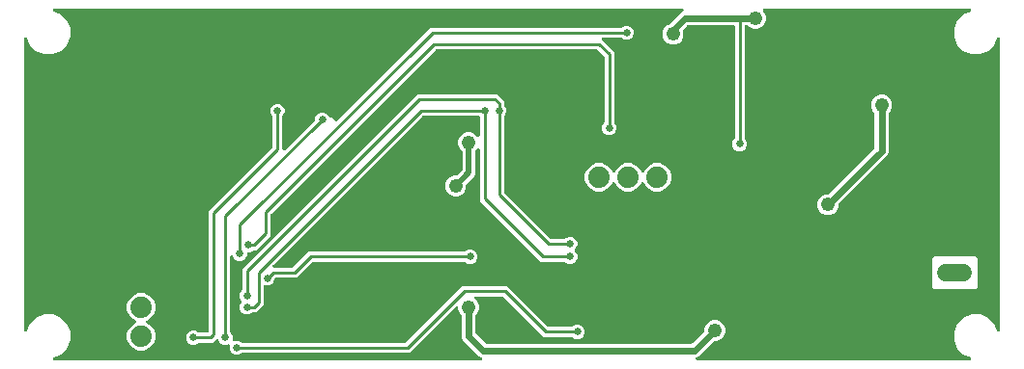
<source format=gbl>
G04 EAGLE Gerber RS-274X export*
G75*
%MOMM*%
%FSLAX25Y25*%
%LPD*%
%AMOC8*
5,1,8,0,0,1.08239X$1,22.5*%
G01*
%ADD10C,1.879600*%
%ADD11C,1.524000*%
%ADD12C,1.219200*%
%ADD13C,0.609600*%
%ADD14C,0.508000*%
%ADD15C,0.655600*%
%ADD16C,0.254000*%

G36*
X4043909Y43268D02*
X4043909Y43268D01*
X4044606Y43257D01*
X4045481Y43466D01*
X4046373Y43579D01*
X4047021Y43835D01*
X4047700Y43998D01*
X4048495Y44418D01*
X4049331Y44749D01*
X4049895Y45158D01*
X4050512Y45485D01*
X4051178Y46090D01*
X4051905Y46618D01*
X4052350Y47154D01*
X4052867Y47624D01*
X4053361Y48375D01*
X4053935Y49068D01*
X4054233Y49699D01*
X4054615Y50281D01*
X4054908Y51131D01*
X4055291Y51945D01*
X4055423Y52629D01*
X4055649Y53289D01*
X4055721Y54187D01*
X4055890Y55069D01*
X4055847Y55765D01*
X4055903Y56460D01*
X4055750Y57347D01*
X4055694Y58244D01*
X4055480Y58907D01*
X4055361Y59595D01*
X4054992Y60416D01*
X4054715Y61271D01*
X4054342Y61861D01*
X4054056Y62496D01*
X4053497Y63198D01*
X4053015Y63959D01*
X4052506Y64439D01*
X4052072Y64983D01*
X4051355Y65523D01*
X4050699Y66141D01*
X4050088Y66478D01*
X4049532Y66898D01*
X4048077Y67613D01*
X4029468Y75320D01*
X3885320Y219468D01*
X3876039Y241874D01*
X3876039Y434384D01*
X3875916Y435361D01*
X3875887Y436348D01*
X3875717Y436935D01*
X3875641Y437540D01*
X3875279Y438455D01*
X3875005Y439405D01*
X3874695Y439932D01*
X3874471Y440498D01*
X3873892Y441296D01*
X3873391Y442146D01*
X3872724Y442904D01*
X3872602Y443072D01*
X3872506Y443152D01*
X3872320Y443363D01*
X3859481Y456202D01*
X3845559Y489812D01*
X3845559Y502634D01*
X3845385Y504016D01*
X3845255Y505396D01*
X3845187Y505587D01*
X3845161Y505790D01*
X3844650Y507081D01*
X3844180Y508390D01*
X3844065Y508559D01*
X3843991Y508748D01*
X3843178Y509868D01*
X3842395Y511023D01*
X3842241Y511158D01*
X3842122Y511323D01*
X3841053Y512208D01*
X3840011Y513129D01*
X3839830Y513221D01*
X3839672Y513352D01*
X3838413Y513945D01*
X3837178Y514577D01*
X3836979Y514621D01*
X3836795Y514708D01*
X3835433Y514970D01*
X3834075Y515275D01*
X3833870Y515269D01*
X3833671Y515308D01*
X3832290Y515222D01*
X3830895Y515181D01*
X3830698Y515124D01*
X3830496Y515111D01*
X3829181Y514686D01*
X3827839Y514299D01*
X3827662Y514195D01*
X3827469Y514132D01*
X3826293Y513389D01*
X3825098Y512685D01*
X3824887Y512499D01*
X3824780Y512432D01*
X3824636Y512278D01*
X3823880Y511614D01*
X3421486Y109219D01*
X1956544Y109219D01*
X1955566Y109096D01*
X1954579Y109067D01*
X1953992Y108897D01*
X1953388Y108821D01*
X1952472Y108459D01*
X1951523Y108185D01*
X1950996Y107875D01*
X1950430Y107651D01*
X1949632Y107072D01*
X1948781Y106571D01*
X1948024Y105904D01*
X1947855Y105782D01*
X1947776Y105686D01*
X1947564Y105500D01*
X1940835Y98770D01*
X1917583Y89139D01*
X1892417Y89139D01*
X1869165Y98770D01*
X1851370Y116565D01*
X1841739Y139817D01*
X1841739Y164983D01*
X1841869Y165296D01*
X1842236Y166638D01*
X1842645Y167964D01*
X1842655Y168168D01*
X1842709Y168364D01*
X1842731Y169753D01*
X1842798Y171142D01*
X1842757Y171341D01*
X1842760Y171545D01*
X1842437Y172893D01*
X1842156Y174258D01*
X1842066Y174441D01*
X1842019Y174638D01*
X1841369Y175868D01*
X1840759Y177116D01*
X1840628Y177270D01*
X1840532Y177451D01*
X1839593Y178485D01*
X1838696Y179537D01*
X1838531Y179654D01*
X1838393Y179805D01*
X1837232Y180570D01*
X1836097Y181370D01*
X1835906Y181443D01*
X1835736Y181554D01*
X1834425Y182005D01*
X1833123Y182500D01*
X1832920Y182523D01*
X1832728Y182588D01*
X1831342Y182699D01*
X1829961Y182854D01*
X1829760Y182826D01*
X1829557Y182843D01*
X1828186Y182605D01*
X1826811Y182413D01*
X1826544Y182321D01*
X1826422Y182300D01*
X1826233Y182215D01*
X1825277Y181889D01*
X1815983Y178039D01*
X1790817Y178039D01*
X1767565Y187670D01*
X1749770Y205465D01*
X1742944Y221945D01*
X1742699Y222375D01*
X1742532Y222841D01*
X1741913Y223753D01*
X1741368Y224709D01*
X1741024Y225064D01*
X1740746Y225474D01*
X1739921Y226203D01*
X1739155Y226994D01*
X1738733Y227253D01*
X1738363Y227580D01*
X1737383Y228081D01*
X1736444Y228657D01*
X1735970Y228803D01*
X1735530Y229028D01*
X1734457Y229270D01*
X1733404Y229594D01*
X1732909Y229618D01*
X1732426Y229727D01*
X1731326Y229694D01*
X1730227Y229747D01*
X1729742Y229647D01*
X1729247Y229632D01*
X1728189Y229327D01*
X1727111Y229105D01*
X1726665Y228887D01*
X1726190Y228750D01*
X1725243Y228192D01*
X1724253Y227708D01*
X1723875Y227387D01*
X1723449Y227136D01*
X1722232Y226065D01*
X1694286Y198119D01*
X1575544Y198119D01*
X1574566Y197996D01*
X1573579Y197967D01*
X1572992Y197797D01*
X1572388Y197721D01*
X1571472Y197359D01*
X1570523Y197085D01*
X1569996Y196775D01*
X1569430Y196551D01*
X1568632Y195971D01*
X1567781Y195471D01*
X1567024Y194804D01*
X1566855Y194682D01*
X1566776Y194586D01*
X1566564Y194400D01*
X1559835Y187670D01*
X1536583Y178039D01*
X1511417Y178039D01*
X1488165Y187670D01*
X1470370Y205465D01*
X1460739Y228717D01*
X1460739Y253883D01*
X1470370Y277135D01*
X1488165Y294929D01*
X1511417Y304560D01*
X1536583Y304560D01*
X1559835Y294929D01*
X1566564Y288200D01*
X1567342Y287597D01*
X1568061Y286919D01*
X1568596Y286624D01*
X1569077Y286250D01*
X1569982Y285858D01*
X1570846Y285381D01*
X1571438Y285228D01*
X1571997Y284986D01*
X1572969Y284832D01*
X1573926Y284584D01*
X1574934Y284519D01*
X1575138Y284487D01*
X1575261Y284498D01*
X1575544Y284480D01*
X1645920Y284480D01*
X1647100Y284629D01*
X1648284Y284703D01*
X1648671Y284828D01*
X1649076Y284879D01*
X1650182Y285316D01*
X1651311Y285682D01*
X1651656Y285899D01*
X1652034Y286049D01*
X1652993Y286745D01*
X1654000Y287382D01*
X1654280Y287679D01*
X1654608Y287918D01*
X1655365Y288831D01*
X1656181Y289697D01*
X1656378Y290053D01*
X1656638Y290368D01*
X1657144Y291442D01*
X1657719Y292482D01*
X1657821Y292877D01*
X1657994Y293245D01*
X1658218Y294410D01*
X1658516Y295562D01*
X1658555Y296167D01*
X1658593Y296369D01*
X1658581Y296575D01*
X1658619Y297180D01*
X1658619Y1351386D01*
X2213700Y1906467D01*
X2214303Y1907244D01*
X2214981Y1907964D01*
X2215276Y1908498D01*
X2215650Y1908980D01*
X2216041Y1909884D01*
X2216519Y1910749D01*
X2216672Y1911341D01*
X2216914Y1911899D01*
X2217068Y1912872D01*
X2217316Y1913828D01*
X2217380Y1914837D01*
X2217413Y1915041D01*
X2217401Y1915163D01*
X2217419Y1915446D01*
X2217419Y2183656D01*
X2217296Y2184633D01*
X2217267Y2185621D01*
X2217097Y2186208D01*
X2217021Y2186812D01*
X2216659Y2187728D01*
X2216385Y2188677D01*
X2216075Y2189204D01*
X2215851Y2189770D01*
X2215272Y2190568D01*
X2214771Y2191418D01*
X2214104Y2192176D01*
X2213982Y2192344D01*
X2213886Y2192424D01*
X2213700Y2192636D01*
X2206970Y2199365D01*
X2197339Y2222617D01*
X2197339Y2247783D01*
X2206970Y2271035D01*
X2224765Y2288829D01*
X2248017Y2298460D01*
X2273183Y2298460D01*
X2296435Y2288829D01*
X2314229Y2271035D01*
X2323860Y2247783D01*
X2323860Y2222617D01*
X2314229Y2199365D01*
X2307500Y2192636D01*
X2306897Y2191858D01*
X2306219Y2191138D01*
X2305924Y2190604D01*
X2305550Y2190123D01*
X2305158Y2189218D01*
X2304681Y2188353D01*
X2304528Y2187762D01*
X2304286Y2187203D01*
X2304132Y2186231D01*
X2303884Y2185274D01*
X2303819Y2184266D01*
X2303787Y2184062D01*
X2303798Y2183939D01*
X2303780Y2183656D01*
X2303780Y1900206D01*
X2303955Y1898824D01*
X2304084Y1897444D01*
X2304153Y1897253D01*
X2304179Y1897050D01*
X2304689Y1895759D01*
X2305159Y1894450D01*
X2305274Y1894281D01*
X2305349Y1894092D01*
X2306162Y1892972D01*
X2306945Y1891817D01*
X2307098Y1891682D01*
X2307218Y1891517D01*
X2308286Y1890632D01*
X2309329Y1889711D01*
X2309510Y1889618D01*
X2309668Y1889488D01*
X2310926Y1888894D01*
X2312161Y1888263D01*
X2312360Y1888218D01*
X2312545Y1888131D01*
X2313907Y1887870D01*
X2315265Y1887564D01*
X2315469Y1887571D01*
X2315669Y1887532D01*
X2317050Y1887618D01*
X2318444Y1887659D01*
X2318642Y1887716D01*
X2318844Y1887728D01*
X2320159Y1888154D01*
X2321501Y1888541D01*
X2321678Y1888645D01*
X2321871Y1888708D01*
X2323046Y1889451D01*
X2324242Y1890155D01*
X2324453Y1890341D01*
X2324559Y1890408D01*
X2324704Y1890561D01*
X2325459Y1891226D01*
X2587320Y2153087D01*
X2587923Y2153864D01*
X2588601Y2154584D01*
X2588897Y2155119D01*
X2589270Y2155600D01*
X2589661Y2156503D01*
X2590139Y2157369D01*
X2590292Y2157961D01*
X2590534Y2158519D01*
X2590688Y2159492D01*
X2590936Y2160448D01*
X2591000Y2161457D01*
X2591033Y2161661D01*
X2591021Y2161783D01*
X2591039Y2162066D01*
X2591039Y2171583D01*
X2600670Y2194835D01*
X2618465Y2212629D01*
X2641717Y2222260D01*
X2666883Y2222260D01*
X2690135Y2212629D01*
X2707929Y2194835D01*
X2712160Y2184620D01*
X2712305Y2184366D01*
X2712395Y2184088D01*
X2713091Y2182988D01*
X2713736Y2181857D01*
X2713939Y2181648D01*
X2714095Y2181400D01*
X2715045Y2180505D01*
X2715949Y2179572D01*
X2716198Y2179419D01*
X2716411Y2179219D01*
X2717550Y2178589D01*
X2718661Y2177908D01*
X2718940Y2177822D01*
X2719196Y2177681D01*
X2720457Y2177354D01*
X2721701Y2176971D01*
X2721993Y2176957D01*
X2722275Y2176884D01*
X2723893Y2176780D01*
X2743126Y2176780D01*
X2760980Y2158926D01*
X2760980Y2154206D01*
X2761155Y2152824D01*
X2761284Y2151444D01*
X2761353Y2151253D01*
X2761379Y2151050D01*
X2761889Y2149759D01*
X2762359Y2148450D01*
X2762474Y2148281D01*
X2762549Y2148092D01*
X2763362Y2146972D01*
X2764145Y2145817D01*
X2764298Y2145682D01*
X2764418Y2145517D01*
X2765486Y2144632D01*
X2766529Y2143711D01*
X2766710Y2143618D01*
X2766868Y2143488D01*
X2768126Y2142894D01*
X2769361Y2142263D01*
X2769560Y2142218D01*
X2769745Y2142131D01*
X2771107Y2141870D01*
X2772465Y2141564D01*
X2772669Y2141571D01*
X2772869Y2141532D01*
X2774250Y2141618D01*
X2775644Y2141659D01*
X2775842Y2141716D01*
X2776044Y2141728D01*
X2777359Y2142154D01*
X2778701Y2142541D01*
X2778878Y2142645D01*
X2779071Y2142708D01*
X2780246Y2143451D01*
X2781442Y2144155D01*
X2781653Y2144341D01*
X2781759Y2144408D01*
X2781904Y2144561D01*
X2782659Y2145226D01*
X3572600Y2935167D01*
X3601613Y2964180D01*
X5269756Y2964180D01*
X5270733Y2964304D01*
X5271721Y2964333D01*
X5272308Y2964503D01*
X5272912Y2964579D01*
X5273828Y2964941D01*
X5274777Y2965215D01*
X5275304Y2965525D01*
X5275870Y2965749D01*
X5276668Y2966328D01*
X5277518Y2966829D01*
X5278276Y2967496D01*
X5278444Y2967618D01*
X5278524Y2967713D01*
X5278736Y2967900D01*
X5285465Y2974629D01*
X5308717Y2984260D01*
X5333883Y2984260D01*
X5357135Y2974629D01*
X5374929Y2956835D01*
X5384560Y2933583D01*
X5384560Y2908417D01*
X5374929Y2885165D01*
X5357135Y2867370D01*
X5333883Y2857739D01*
X5308717Y2857739D01*
X5285465Y2867370D01*
X5278736Y2874100D01*
X5277958Y2874703D01*
X5277238Y2875381D01*
X5276704Y2875676D01*
X5276223Y2876050D01*
X5275318Y2876441D01*
X5274453Y2876919D01*
X5273862Y2877072D01*
X5273303Y2877314D01*
X5272331Y2877468D01*
X5271374Y2877716D01*
X5270366Y2877780D01*
X5270162Y2877813D01*
X5270039Y2877801D01*
X5269756Y2877819D01*
X5113306Y2877819D01*
X5111925Y2877645D01*
X5110544Y2877515D01*
X5110352Y2877447D01*
X5110150Y2877421D01*
X5108860Y2876911D01*
X5107550Y2876440D01*
X5107381Y2876325D01*
X5107192Y2876251D01*
X5106072Y2875438D01*
X5104917Y2874655D01*
X5104782Y2874501D01*
X5104617Y2874382D01*
X5103732Y2873313D01*
X5102811Y2872271D01*
X5102718Y2872090D01*
X5102588Y2871932D01*
X5101994Y2870673D01*
X5101363Y2869438D01*
X5101318Y2869239D01*
X5101231Y2869055D01*
X5100970Y2867692D01*
X5100664Y2866335D01*
X5100670Y2866130D01*
X5100632Y2865931D01*
X5100718Y2864550D01*
X5100759Y2863155D01*
X5100816Y2862958D01*
X5100828Y2862756D01*
X5101255Y2861437D01*
X5101641Y2860099D01*
X5101745Y2859923D01*
X5101808Y2859729D01*
X5102553Y2858550D01*
X5103255Y2857358D01*
X5103441Y2857146D01*
X5103508Y2857040D01*
X5103661Y2856896D01*
X5104326Y2856140D01*
X5126900Y2833566D01*
X5183066Y2777400D01*
X5183068Y2777399D01*
X5212080Y2748386D01*
X5212080Y2134344D01*
X5212204Y2133366D01*
X5212233Y2132379D01*
X5212403Y2131792D01*
X5212479Y2131188D01*
X5212841Y2130272D01*
X5213115Y2129323D01*
X5213425Y2128796D01*
X5213649Y2128230D01*
X5214228Y2127432D01*
X5214729Y2126581D01*
X5215396Y2125824D01*
X5215518Y2125655D01*
X5215613Y2125576D01*
X5215800Y2125364D01*
X5222529Y2118635D01*
X5232160Y2095383D01*
X5232160Y2070217D01*
X5222529Y2046965D01*
X5204735Y2029170D01*
X5181483Y2019539D01*
X5156317Y2019539D01*
X5133065Y2029170D01*
X5115270Y2046965D01*
X5105639Y2070217D01*
X5105639Y2095383D01*
X5115270Y2118635D01*
X5122000Y2125364D01*
X5122603Y2126142D01*
X5123281Y2126861D01*
X5123576Y2127396D01*
X5123950Y2127877D01*
X5124341Y2128782D01*
X5124819Y2129646D01*
X5124972Y2130238D01*
X5125214Y2130797D01*
X5125368Y2131769D01*
X5125616Y2132726D01*
X5125680Y2133734D01*
X5125713Y2133938D01*
X5125701Y2134061D01*
X5125719Y2134344D01*
X5125719Y2707354D01*
X5125596Y2708331D01*
X5125567Y2709318D01*
X5125397Y2709905D01*
X5125321Y2710510D01*
X5124959Y2711425D01*
X5124685Y2712375D01*
X5124375Y2712902D01*
X5124151Y2713468D01*
X5123572Y2714266D01*
X5123071Y2715116D01*
X5122404Y2715874D01*
X5122282Y2716042D01*
X5122186Y2716122D01*
X5122000Y2716333D01*
X5065833Y2772500D01*
X5065056Y2773103D01*
X5064336Y2773781D01*
X5063802Y2774076D01*
X5063320Y2774450D01*
X5062416Y2774841D01*
X5061551Y2775319D01*
X5060959Y2775472D01*
X5060401Y2775714D01*
X5059428Y2775868D01*
X5058472Y2776116D01*
X5057463Y2776180D01*
X5057259Y2776213D01*
X5057137Y2776201D01*
X5056854Y2776219D01*
X3655346Y2776219D01*
X3654369Y2776096D01*
X3653382Y2776067D01*
X3652795Y2775897D01*
X3652190Y2775821D01*
X3651275Y2775459D01*
X3650325Y2775185D01*
X3649798Y2774875D01*
X3649232Y2774651D01*
X3648434Y2774072D01*
X3647584Y2773571D01*
X3646826Y2772904D01*
X3646658Y2772782D01*
X3646578Y2772686D01*
X3646367Y2772500D01*
X2205900Y1332033D01*
X2205297Y1331255D01*
X2204619Y1330536D01*
X2204324Y1330002D01*
X2203950Y1329520D01*
X2203558Y1328616D01*
X2203081Y1327751D01*
X2202928Y1327159D01*
X2202686Y1326601D01*
X2202532Y1325628D01*
X2202284Y1324671D01*
X2202219Y1323663D01*
X2202187Y1323459D01*
X2202198Y1323336D01*
X2202180Y1323053D01*
X2202180Y1137813D01*
X2075286Y1010919D01*
X2058144Y1010919D01*
X2057166Y1010796D01*
X2056179Y1010767D01*
X2055592Y1010597D01*
X2054988Y1010521D01*
X2054072Y1010159D01*
X2053123Y1009885D01*
X2052596Y1009575D01*
X2052030Y1009351D01*
X2051232Y1008772D01*
X2050381Y1008271D01*
X2049624Y1007604D01*
X2049455Y1007482D01*
X2049376Y1007386D01*
X2049164Y1007200D01*
X2042435Y1000470D01*
X2019183Y990839D01*
X2006360Y990839D01*
X2005180Y990690D01*
X2003995Y990617D01*
X2003608Y990492D01*
X2003204Y990441D01*
X2002098Y990003D01*
X2000968Y989638D01*
X2000624Y989420D01*
X2000246Y989271D01*
X1999286Y988574D01*
X1998280Y987938D01*
X1998000Y987640D01*
X1997671Y987402D01*
X1996914Y986488D01*
X1996099Y985623D01*
X1995902Y985266D01*
X1995642Y984952D01*
X1995135Y983878D01*
X1994561Y982838D01*
X1994459Y982443D01*
X1994285Y982075D01*
X1994062Y980910D01*
X1993764Y979758D01*
X1993725Y979153D01*
X1993686Y978951D01*
X1993699Y978745D01*
X1993660Y978140D01*
X1993660Y965317D01*
X1984029Y942065D01*
X1966235Y924270D01*
X1942983Y914639D01*
X1917817Y914639D01*
X1894565Y924270D01*
X1876770Y942065D01*
X1871013Y955967D01*
X1870667Y956573D01*
X1870410Y957221D01*
X1869883Y957948D01*
X1869437Y958730D01*
X1868951Y959232D01*
X1868542Y959795D01*
X1867849Y960369D01*
X1867223Y961015D01*
X1866629Y961379D01*
X1866092Y961825D01*
X1865278Y962208D01*
X1864512Y962678D01*
X1863844Y962884D01*
X1863214Y963181D01*
X1862333Y963350D01*
X1861472Y963616D01*
X1860775Y963649D01*
X1860090Y963780D01*
X1859194Y963725D01*
X1858295Y963768D01*
X1857610Y963627D01*
X1856915Y963584D01*
X1856061Y963308D01*
X1855179Y963126D01*
X1854552Y962820D01*
X1853888Y962605D01*
X1853128Y962124D01*
X1852321Y961730D01*
X1851791Y961278D01*
X1851200Y960905D01*
X1850582Y960248D01*
X1849899Y959667D01*
X1849498Y959098D01*
X1849019Y958589D01*
X1848584Y957801D01*
X1848066Y957067D01*
X1847819Y956416D01*
X1847481Y955804D01*
X1847255Y954932D01*
X1846937Y954093D01*
X1846859Y953401D01*
X1846684Y952725D01*
X1846580Y951107D01*
X1846580Y292844D01*
X1846704Y291866D01*
X1846733Y290879D01*
X1846903Y290292D01*
X1846979Y289688D01*
X1847341Y288772D01*
X1847615Y287823D01*
X1847925Y287296D01*
X1848149Y286730D01*
X1848728Y285932D01*
X1849229Y285081D01*
X1849896Y284324D01*
X1850018Y284155D01*
X1850113Y284076D01*
X1850300Y283864D01*
X1857029Y277135D01*
X1866660Y253883D01*
X1866660Y228717D01*
X1866531Y228404D01*
X1866163Y227062D01*
X1865754Y225735D01*
X1865745Y225532D01*
X1865691Y225336D01*
X1865669Y223946D01*
X1865602Y222558D01*
X1865643Y222358D01*
X1865640Y222155D01*
X1865963Y220807D01*
X1866244Y219442D01*
X1866334Y219259D01*
X1866381Y219062D01*
X1867031Y217832D01*
X1867641Y216584D01*
X1867772Y216430D01*
X1867868Y216249D01*
X1868807Y215215D01*
X1869703Y214163D01*
X1869869Y214046D01*
X1870007Y213894D01*
X1871168Y213130D01*
X1872303Y212329D01*
X1872494Y212257D01*
X1872663Y212145D01*
X1873975Y211695D01*
X1875277Y211200D01*
X1875480Y211177D01*
X1875672Y211111D01*
X1877058Y211000D01*
X1878438Y210845D01*
X1878639Y210873D01*
X1878843Y210857D01*
X1880214Y211094D01*
X1881589Y211287D01*
X1881856Y211378D01*
X1881978Y211399D01*
X1882167Y211485D01*
X1883123Y211811D01*
X1892416Y215660D01*
X1917583Y215660D01*
X1940835Y206029D01*
X1947564Y199300D01*
X1948342Y198697D01*
X1949061Y198019D01*
X1949596Y197724D01*
X1950077Y197350D01*
X1950982Y196958D01*
X1951846Y196481D01*
X1952438Y196328D01*
X1952997Y196086D01*
X1953969Y195932D01*
X1954926Y195684D01*
X1955934Y195619D01*
X1956138Y195587D01*
X1956261Y195598D01*
X1956544Y195580D01*
X3380453Y195580D01*
X3381431Y195704D01*
X3382418Y195733D01*
X3383005Y195903D01*
X3383609Y195979D01*
X3384525Y196341D01*
X3385475Y196615D01*
X3386001Y196925D01*
X3386568Y197149D01*
X3387365Y197728D01*
X3388216Y198229D01*
X3388973Y198896D01*
X3389142Y199018D01*
X3389221Y199113D01*
X3389433Y199300D01*
X3881013Y690880D01*
X4272386Y690880D01*
X4624267Y339000D01*
X4625044Y338397D01*
X4625764Y337719D01*
X4626298Y337424D01*
X4626780Y337050D01*
X4627684Y336658D01*
X4628549Y336181D01*
X4629141Y336028D01*
X4629699Y335786D01*
X4630672Y335632D01*
X4631628Y335384D01*
X4632637Y335319D01*
X4632841Y335287D01*
X4632963Y335298D01*
X4633246Y335280D01*
X4837956Y335280D01*
X4838933Y335404D01*
X4839921Y335433D01*
X4840508Y335603D01*
X4841112Y335679D01*
X4842028Y336041D01*
X4842977Y336315D01*
X4843504Y336625D01*
X4844070Y336849D01*
X4844868Y337428D01*
X4845718Y337929D01*
X4846476Y338596D01*
X4846644Y338718D01*
X4846724Y338813D01*
X4846936Y339000D01*
X4853665Y345729D01*
X4876917Y355360D01*
X4902083Y355360D01*
X4925335Y345729D01*
X4943129Y327935D01*
X4952760Y304683D01*
X4952760Y279517D01*
X4943129Y256265D01*
X4925335Y238470D01*
X4902083Y228839D01*
X4876917Y228839D01*
X4853665Y238470D01*
X4846936Y245200D01*
X4846158Y245803D01*
X4845438Y246481D01*
X4844904Y246776D01*
X4844423Y247150D01*
X4843518Y247541D01*
X4842653Y248019D01*
X4842062Y248172D01*
X4841503Y248414D01*
X4840531Y248568D01*
X4839574Y248816D01*
X4838566Y248880D01*
X4838362Y248913D01*
X4838239Y248901D01*
X4837956Y248919D01*
X4592213Y248919D01*
X4240333Y600800D01*
X4239555Y601403D01*
X4238836Y602081D01*
X4238302Y602376D01*
X4237820Y602750D01*
X4236916Y603141D01*
X4236051Y603619D01*
X4235459Y603772D01*
X4234901Y604014D01*
X4233928Y604168D01*
X4232971Y604416D01*
X4231963Y604480D01*
X4231759Y604513D01*
X4231636Y604501D01*
X4231353Y604519D01*
X4000455Y604519D01*
X3999074Y604345D01*
X3997693Y604215D01*
X3997502Y604147D01*
X3997299Y604121D01*
X3996010Y603611D01*
X3994700Y603140D01*
X3994530Y603025D01*
X3994341Y602951D01*
X3993221Y602138D01*
X3992067Y601355D01*
X3991931Y601201D01*
X3991767Y601082D01*
X3990882Y600013D01*
X3989961Y598971D01*
X3989868Y598790D01*
X3989738Y598632D01*
X3989144Y597373D01*
X3988513Y596138D01*
X3988468Y595939D01*
X3988381Y595755D01*
X3988120Y594392D01*
X3987814Y593035D01*
X3987820Y592830D01*
X3987782Y592631D01*
X3987867Y591250D01*
X3987909Y589855D01*
X3987966Y589658D01*
X3987978Y589456D01*
X3988405Y588137D01*
X3988791Y586799D01*
X3988894Y586623D01*
X3988957Y586429D01*
X3989703Y585250D01*
X3990405Y584058D01*
X3990591Y583846D01*
X3990658Y583740D01*
X3990810Y583596D01*
X3991476Y582840D01*
X4014519Y559797D01*
X4028440Y526188D01*
X4028440Y489812D01*
X4014519Y456202D01*
X4001680Y443363D01*
X4001077Y442586D01*
X4000399Y441866D01*
X4000104Y441332D01*
X3999730Y440850D01*
X3999338Y439946D01*
X3998861Y439081D01*
X3998708Y438489D01*
X3998466Y437931D01*
X3998312Y436958D01*
X3998064Y436002D01*
X3997999Y434993D01*
X3997967Y434789D01*
X3997978Y434667D01*
X3997960Y434384D01*
X3997960Y284511D01*
X3998084Y283533D01*
X3998113Y282546D01*
X3998221Y282173D01*
X3998225Y282104D01*
X3998289Y281905D01*
X3998359Y281355D01*
X3998721Y280439D01*
X3998995Y279490D01*
X3999163Y279205D01*
X3999204Y279077D01*
X3999353Y278841D01*
X3999529Y278397D01*
X4000108Y277599D01*
X4000609Y276748D01*
X4000850Y276474D01*
X4000904Y276389D01*
X4001028Y276272D01*
X4001276Y275991D01*
X4001398Y275823D01*
X4001493Y275743D01*
X4001680Y275531D01*
X4085531Y191680D01*
X4086309Y191077D01*
X4087028Y190399D01*
X4087563Y190104D01*
X4088044Y189730D01*
X4088949Y189338D01*
X4089813Y188861D01*
X4090405Y188708D01*
X4090964Y188466D01*
X4091936Y188312D01*
X4092893Y188064D01*
X4093901Y187999D01*
X4094105Y187967D01*
X4094228Y187978D01*
X4094511Y187960D01*
X5887689Y187960D01*
X5888666Y188084D01*
X5889653Y188113D01*
X5890240Y188283D01*
X5890845Y188359D01*
X5891760Y188721D01*
X5892710Y188995D01*
X5893237Y189305D01*
X5893803Y189529D01*
X5894601Y190108D01*
X5895451Y190609D01*
X5896209Y191276D01*
X5896377Y191398D01*
X5896457Y191493D01*
X5896668Y191680D01*
X6000840Y295851D01*
X6001443Y296629D01*
X6002121Y297348D01*
X6002416Y297883D01*
X6002790Y298364D01*
X6003181Y299269D01*
X6003659Y300133D01*
X6003812Y300725D01*
X6004054Y301284D01*
X6004208Y302256D01*
X6004456Y303213D01*
X6004520Y304221D01*
X6004553Y304425D01*
X6004541Y304548D01*
X6004559Y304831D01*
X6004559Y322988D01*
X6018481Y356598D01*
X6044202Y382319D01*
X6077812Y396240D01*
X6114188Y396240D01*
X6147798Y382319D01*
X6173519Y356598D01*
X6187440Y322988D01*
X6187440Y286612D01*
X6173519Y253002D01*
X6147798Y227281D01*
X6114188Y213359D01*
X6096031Y213359D01*
X6095053Y213236D01*
X6094066Y213207D01*
X6093479Y213037D01*
X6092875Y212961D01*
X6091959Y212599D01*
X6091010Y212325D01*
X6090483Y212015D01*
X6089917Y211791D01*
X6089119Y211212D01*
X6088268Y210711D01*
X6087511Y210044D01*
X6087343Y209922D01*
X6087263Y209826D01*
X6087051Y209640D01*
X5952732Y75320D01*
X5934123Y67613D01*
X5933517Y67267D01*
X5932869Y67010D01*
X5932142Y66483D01*
X5931360Y66037D01*
X5930858Y65551D01*
X5930294Y65142D01*
X5929721Y64449D01*
X5929075Y63823D01*
X5928710Y63229D01*
X5928265Y62692D01*
X5927882Y61878D01*
X5927411Y61112D01*
X5927206Y60445D01*
X5926908Y59814D01*
X5926739Y58932D01*
X5926474Y58072D01*
X5926441Y57375D01*
X5926309Y56690D01*
X5926365Y55794D01*
X5926322Y54894D01*
X5926463Y54210D01*
X5926506Y53515D01*
X5926782Y52662D01*
X5926964Y51779D01*
X5927270Y51151D01*
X5927485Y50488D01*
X5927965Y49729D01*
X5928360Y48920D01*
X5928812Y48389D01*
X5929185Y47800D01*
X5929840Y47183D01*
X5930423Y46499D01*
X5930993Y46097D01*
X5931500Y45619D01*
X5932287Y45184D01*
X5933023Y44666D01*
X5933675Y44418D01*
X5934285Y44081D01*
X5935155Y43856D01*
X5935997Y43536D01*
X5936690Y43458D01*
X5937365Y43284D01*
X5938983Y43180D01*
X8329370Y43180D01*
X8330062Y43268D01*
X8330759Y43257D01*
X8331634Y43466D01*
X8332526Y43579D01*
X8333174Y43835D01*
X8333853Y43998D01*
X8334648Y44418D01*
X8335484Y44749D01*
X8336048Y45158D01*
X8336665Y45485D01*
X8337331Y46090D01*
X8338058Y46618D01*
X8338503Y47154D01*
X8339020Y47624D01*
X8339514Y48375D01*
X8340088Y49068D01*
X8340386Y49699D01*
X8340768Y50281D01*
X8341061Y51131D01*
X8341444Y51945D01*
X8341576Y52629D01*
X8341803Y53289D01*
X8341874Y54187D01*
X8342043Y55069D01*
X8342001Y55764D01*
X8342056Y56460D01*
X8341903Y57348D01*
X8341847Y58244D01*
X8341633Y58907D01*
X8341514Y59595D01*
X8341145Y60416D01*
X8340868Y61271D01*
X8340495Y61861D01*
X8340209Y62496D01*
X8339650Y63198D01*
X8339168Y63959D01*
X8338659Y64439D01*
X8338225Y64983D01*
X8337508Y65523D01*
X8336853Y66141D01*
X8336241Y66478D01*
X8335685Y66898D01*
X8334230Y67613D01*
X8274101Y92518D01*
X8220518Y146101D01*
X8191519Y216111D01*
X8191519Y291889D01*
X8220518Y361899D01*
X8274101Y415481D01*
X8344111Y444480D01*
X8419889Y444480D01*
X8489899Y415481D01*
X8543481Y361899D01*
X8568387Y301770D01*
X8568733Y301163D01*
X8568989Y300515D01*
X8569517Y299788D01*
X8569963Y299006D01*
X8570449Y298505D01*
X8570858Y297941D01*
X8571550Y297368D01*
X8572176Y296721D01*
X8572770Y296357D01*
X8573308Y295912D01*
X8574121Y295528D01*
X8574888Y295058D01*
X8575555Y294852D01*
X8576185Y294555D01*
X8577068Y294386D01*
X8577928Y294121D01*
X8578625Y294087D01*
X8579309Y293956D01*
X8580205Y294011D01*
X8581105Y293968D01*
X8581790Y294109D01*
X8582484Y294152D01*
X8583338Y294428D01*
X8584221Y294610D01*
X8584849Y294917D01*
X8585511Y295131D01*
X8586271Y295612D01*
X8587079Y296007D01*
X8587610Y296459D01*
X8588200Y296832D01*
X8588817Y297487D01*
X8589501Y298069D01*
X8589903Y298639D01*
X8590381Y299147D01*
X8590816Y299934D01*
X8591334Y300669D01*
X8591582Y301322D01*
X8591919Y301932D01*
X8592144Y302802D01*
X8592463Y303643D01*
X8592541Y304337D01*
X8592716Y305012D01*
X8592819Y306629D01*
X8592819Y2868370D01*
X8592732Y2869062D01*
X8592743Y2869760D01*
X8592533Y2870634D01*
X8592421Y2871526D01*
X8592164Y2872174D01*
X8592002Y2872853D01*
X8591581Y2873649D01*
X8591251Y2874484D01*
X8590841Y2875048D01*
X8590515Y2875665D01*
X8589910Y2876332D01*
X8589382Y2877059D01*
X8588846Y2877503D01*
X8588376Y2878020D01*
X8587625Y2878514D01*
X8586932Y2879088D01*
X8586300Y2879386D01*
X8585719Y2879769D01*
X8584869Y2880061D01*
X8584055Y2880445D01*
X8583371Y2880576D01*
X8582710Y2880803D01*
X8581813Y2880874D01*
X8580931Y2881044D01*
X8580234Y2881001D01*
X8579539Y2881056D01*
X8578653Y2880903D01*
X8577756Y2880848D01*
X8577093Y2880633D01*
X8576405Y2880514D01*
X8575584Y2880145D01*
X8574729Y2879868D01*
X8574139Y2879495D01*
X8573503Y2879210D01*
X8572802Y2878650D01*
X8572040Y2878168D01*
X8571561Y2877659D01*
X8571017Y2877225D01*
X8570477Y2876508D01*
X8569859Y2875853D01*
X8569522Y2875242D01*
X8569102Y2874685D01*
X8568387Y2873230D01*
X8543481Y2813101D01*
X8489899Y2759518D01*
X8419889Y2730519D01*
X8344111Y2730519D01*
X8274101Y2759518D01*
X8220518Y2813101D01*
X8191519Y2883111D01*
X8191519Y2958889D01*
X8220518Y3028899D01*
X8274101Y3082481D01*
X8334230Y3107387D01*
X8334837Y3107733D01*
X8335484Y3107989D01*
X8336212Y3108517D01*
X8336993Y3108963D01*
X8337495Y3109449D01*
X8338059Y3109858D01*
X8338632Y3110550D01*
X8339278Y3111176D01*
X8339643Y3111770D01*
X8340088Y3112308D01*
X8340472Y3113121D01*
X8340942Y3113888D01*
X8341148Y3114555D01*
X8341445Y3115185D01*
X8341614Y3116068D01*
X8341879Y3116928D01*
X8341913Y3117625D01*
X8342044Y3118309D01*
X8341988Y3119205D01*
X8342032Y3120105D01*
X8341890Y3120790D01*
X8341848Y3121484D01*
X8341571Y3122338D01*
X8341389Y3123221D01*
X8341083Y3123849D01*
X8340868Y3124511D01*
X8340388Y3125271D01*
X8339993Y3126079D01*
X8339541Y3126610D01*
X8339168Y3127200D01*
X8338513Y3127817D01*
X8337930Y3128501D01*
X8337360Y3128903D01*
X8336853Y3129381D01*
X8336066Y3129816D01*
X8335330Y3130334D01*
X8334678Y3130582D01*
X8334068Y3130919D01*
X8333198Y3131144D01*
X8332357Y3131463D01*
X8331663Y3131541D01*
X8330988Y3131716D01*
X8329370Y3131819D01*
X6527755Y3131819D01*
X6526374Y3131645D01*
X6524993Y3131515D01*
X6524802Y3131447D01*
X6524599Y3131421D01*
X6523310Y3130911D01*
X6522000Y3130440D01*
X6521830Y3130325D01*
X6521641Y3130251D01*
X6520521Y3129438D01*
X6519367Y3128655D01*
X6519231Y3128501D01*
X6519067Y3128382D01*
X6518179Y3127311D01*
X6517261Y3126271D01*
X6517168Y3126090D01*
X6517038Y3125932D01*
X6516444Y3124674D01*
X6515813Y3123438D01*
X6515768Y3123238D01*
X6515681Y3123055D01*
X6515420Y3121695D01*
X6515114Y3120335D01*
X6515120Y3120130D01*
X6515082Y3119931D01*
X6515167Y3118550D01*
X6515209Y3117155D01*
X6515266Y3116958D01*
X6515278Y3116756D01*
X6515705Y3115437D01*
X6516091Y3114099D01*
X6516194Y3113923D01*
X6516257Y3113729D01*
X6517001Y3112553D01*
X6517705Y3111357D01*
X6517891Y3111145D01*
X6517958Y3111040D01*
X6518109Y3110897D01*
X6518776Y3110140D01*
X6529119Y3099797D01*
X6543040Y3066188D01*
X6543040Y3029812D01*
X6529119Y2996202D01*
X6503398Y2970481D01*
X6469788Y2956559D01*
X6433412Y2956559D01*
X6399802Y2970481D01*
X6386963Y2983320D01*
X6386186Y2983923D01*
X6385466Y2984601D01*
X6384932Y2984896D01*
X6384450Y2985270D01*
X6383546Y2985661D01*
X6382681Y2986139D01*
X6382089Y2986292D01*
X6381531Y2986534D01*
X6380558Y2986688D01*
X6379602Y2986936D01*
X6378593Y2987000D01*
X6378389Y2987033D01*
X6378267Y2987021D01*
X6377984Y2987039D01*
X6367780Y2987039D01*
X6366600Y2986890D01*
X6365415Y2986817D01*
X6365028Y2986692D01*
X6364624Y2986641D01*
X6363518Y2986203D01*
X6362388Y2985838D01*
X6362044Y2985620D01*
X6361666Y2985471D01*
X6360706Y2984774D01*
X6359700Y2984138D01*
X6359420Y2983840D01*
X6359091Y2983602D01*
X6358334Y2982688D01*
X6357519Y2981823D01*
X6357322Y2981466D01*
X6357062Y2981152D01*
X6356555Y2980078D01*
X6355981Y2979038D01*
X6355879Y2978643D01*
X6355705Y2978275D01*
X6355482Y2977110D01*
X6355184Y2975958D01*
X6355145Y2975353D01*
X6355106Y2975151D01*
X6355119Y2974945D01*
X6355080Y2974340D01*
X6355080Y1994644D01*
X6355204Y1993666D01*
X6355233Y1992679D01*
X6355403Y1992092D01*
X6355479Y1991488D01*
X6355841Y1990572D01*
X6356115Y1989623D01*
X6356425Y1989096D01*
X6356649Y1988530D01*
X6357228Y1987732D01*
X6357729Y1986881D01*
X6358396Y1986124D01*
X6358518Y1985955D01*
X6358613Y1985876D01*
X6358800Y1985664D01*
X6365529Y1978935D01*
X6375160Y1955683D01*
X6375160Y1930517D01*
X6365529Y1907265D01*
X6347735Y1889470D01*
X6324483Y1879839D01*
X6299317Y1879839D01*
X6276065Y1889470D01*
X6258270Y1907265D01*
X6248639Y1930517D01*
X6248639Y1955683D01*
X6258270Y1978935D01*
X6265000Y1985664D01*
X6265603Y1986442D01*
X6266281Y1987161D01*
X6266576Y1987696D01*
X6266950Y1988177D01*
X6267341Y1989082D01*
X6267819Y1989946D01*
X6267972Y1990538D01*
X6268214Y1991097D01*
X6268368Y1992069D01*
X6268616Y1993026D01*
X6268680Y1994034D01*
X6268713Y1994238D01*
X6268701Y1994361D01*
X6268719Y1994644D01*
X6268719Y2974340D01*
X6268570Y2975520D01*
X6268497Y2976704D01*
X6268372Y2977091D01*
X6268321Y2977496D01*
X6267883Y2978602D01*
X6267518Y2979731D01*
X6267300Y2980076D01*
X6267151Y2980454D01*
X6266454Y2981413D01*
X6265818Y2982420D01*
X6265520Y2982700D01*
X6265282Y2983028D01*
X6264368Y2983785D01*
X6263503Y2984601D01*
X6263146Y2984798D01*
X6262832Y2985058D01*
X6261758Y2985564D01*
X6260718Y2986139D01*
X6260323Y2986241D01*
X6259955Y2986414D01*
X6258790Y2986638D01*
X6257638Y2986936D01*
X6257033Y2986975D01*
X6256831Y2987013D01*
X6256625Y2987001D01*
X6256020Y2987039D01*
X5859811Y2987039D01*
X5858833Y2986916D01*
X5857846Y2986887D01*
X5857259Y2986717D01*
X5856655Y2986641D01*
X5855739Y2986279D01*
X5854790Y2986005D01*
X5854263Y2985695D01*
X5853697Y2985471D01*
X5852899Y2984892D01*
X5852048Y2984391D01*
X5851290Y2983723D01*
X5851123Y2983602D01*
X5851044Y2983507D01*
X5850831Y2983320D01*
X5817777Y2950266D01*
X5817597Y2950034D01*
X5817376Y2949846D01*
X5816626Y2948783D01*
X5815827Y2947753D01*
X5815711Y2947484D01*
X5815543Y2947246D01*
X5815079Y2946026D01*
X5814563Y2944833D01*
X5814517Y2944546D01*
X5814413Y2944272D01*
X5814268Y2942975D01*
X5814064Y2941692D01*
X5814091Y2941401D01*
X5814058Y2941111D01*
X5814239Y2939822D01*
X5814361Y2938524D01*
X5814460Y2938249D01*
X5814500Y2937960D01*
X5815024Y2936426D01*
X5819140Y2926489D01*
X5819140Y2890112D01*
X5805219Y2856502D01*
X5779498Y2830781D01*
X5745888Y2816859D01*
X5709512Y2816859D01*
X5675902Y2830781D01*
X5650181Y2856502D01*
X5636259Y2890112D01*
X5636259Y2926488D01*
X5650181Y2960098D01*
X5675903Y2985819D01*
X5682113Y2988392D01*
X5682189Y2988435D01*
X5682275Y2988460D01*
X5683571Y2989223D01*
X5684877Y2989968D01*
X5684940Y2990029D01*
X5685016Y2990074D01*
X5686233Y2991145D01*
X5794768Y3099679D01*
X5813377Y3107387D01*
X5813983Y3107733D01*
X5814631Y3107989D01*
X5815358Y3108517D01*
X5816140Y3108963D01*
X5816642Y3109449D01*
X5817205Y3109858D01*
X5817779Y3110550D01*
X5818425Y3111176D01*
X5818789Y3111770D01*
X5819235Y3112308D01*
X5819618Y3113121D01*
X5820088Y3113888D01*
X5820294Y3114555D01*
X5820591Y3115185D01*
X5820760Y3116068D01*
X5821026Y3116928D01*
X5821059Y3117625D01*
X5821190Y3118309D01*
X5821135Y3119205D01*
X5821178Y3120105D01*
X5821037Y3120790D01*
X5820994Y3121484D01*
X5820718Y3122338D01*
X5820536Y3123221D01*
X5820229Y3123849D01*
X5820015Y3124511D01*
X5819535Y3125271D01*
X5819140Y3126079D01*
X5818688Y3126610D01*
X5818315Y3127200D01*
X5817660Y3127817D01*
X5817077Y3128501D01*
X5816507Y3128903D01*
X5815999Y3129381D01*
X5815213Y3129816D01*
X5814477Y3130334D01*
X5813825Y3130582D01*
X5813214Y3130919D01*
X5812344Y3131144D01*
X5811503Y3131463D01*
X5810809Y3131541D01*
X5810135Y3131716D01*
X5808517Y3131819D01*
X306629Y3131819D01*
X305938Y3131732D01*
X305240Y3131743D01*
X304365Y3131533D01*
X303473Y3131421D01*
X302825Y3131164D01*
X302147Y3131002D01*
X301351Y3130581D01*
X300515Y3130251D01*
X299951Y3129841D01*
X299334Y3129515D01*
X298668Y3128910D01*
X297941Y3128382D01*
X297497Y3127846D01*
X296980Y3127376D01*
X296485Y3126625D01*
X295912Y3125932D01*
X295614Y3125300D01*
X295231Y3124719D01*
X294939Y3123869D01*
X294555Y3123055D01*
X294424Y3122371D01*
X294197Y3121710D01*
X294125Y3120813D01*
X293956Y3119931D01*
X293999Y3119234D01*
X293943Y3118539D01*
X294097Y3117653D01*
X294152Y3116756D01*
X294367Y3116093D01*
X294486Y3115405D01*
X294855Y3114584D01*
X295131Y3113729D01*
X295504Y3113139D01*
X295790Y3112503D01*
X296350Y3111802D01*
X296832Y3111040D01*
X297340Y3110561D01*
X297774Y3110017D01*
X298491Y3109477D01*
X299147Y3108859D01*
X299758Y3108522D01*
X300314Y3108102D01*
X301770Y3107387D01*
X361899Y3082481D01*
X415481Y3028899D01*
X444480Y2958889D01*
X444480Y2883111D01*
X415481Y2813101D01*
X361899Y2759518D01*
X291889Y2730519D01*
X216111Y2730519D01*
X146101Y2759518D01*
X92518Y2813101D01*
X67613Y2873230D01*
X67267Y2873837D01*
X67010Y2874484D01*
X66483Y2875212D01*
X66037Y2875993D01*
X65551Y2876495D01*
X65142Y2877059D01*
X64449Y2877632D01*
X63823Y2878278D01*
X63229Y2878643D01*
X62692Y2879088D01*
X61878Y2879472D01*
X61112Y2879942D01*
X60445Y2880148D01*
X59814Y2880445D01*
X58932Y2880614D01*
X58072Y2880879D01*
X57375Y2880913D01*
X56690Y2881044D01*
X55794Y2880988D01*
X54894Y2881032D01*
X54210Y2880890D01*
X53515Y2880848D01*
X52662Y2880571D01*
X51779Y2880389D01*
X51151Y2880083D01*
X50488Y2879868D01*
X49729Y2879388D01*
X48920Y2878993D01*
X48389Y2878541D01*
X47800Y2878168D01*
X47183Y2877513D01*
X46499Y2876930D01*
X46097Y2876360D01*
X45619Y2875853D01*
X45184Y2875066D01*
X44666Y2874330D01*
X44418Y2873678D01*
X44081Y2873068D01*
X43856Y2872198D01*
X43536Y2871357D01*
X43458Y2870663D01*
X43284Y2869988D01*
X43180Y2868370D01*
X43180Y306629D01*
X43268Y305938D01*
X43257Y305240D01*
X43466Y304365D01*
X43579Y303473D01*
X43835Y302825D01*
X43998Y302147D01*
X44418Y301351D01*
X44749Y300515D01*
X45158Y299951D01*
X45485Y299334D01*
X46090Y298668D01*
X46618Y297941D01*
X47154Y297497D01*
X47624Y296980D01*
X48375Y296485D01*
X49068Y295912D01*
X49699Y295614D01*
X50281Y295231D01*
X51131Y294939D01*
X51945Y294555D01*
X52629Y294424D01*
X53289Y294197D01*
X54187Y294125D01*
X55069Y293956D01*
X55765Y293999D01*
X56460Y293943D01*
X57347Y294097D01*
X58244Y294152D01*
X58907Y294367D01*
X59595Y294486D01*
X60416Y294855D01*
X61271Y295131D01*
X61861Y295504D01*
X62496Y295790D01*
X63198Y296350D01*
X63959Y296832D01*
X64439Y297340D01*
X64983Y297774D01*
X65523Y298491D01*
X66141Y299147D01*
X66478Y299758D01*
X66898Y300314D01*
X67613Y301770D01*
X92518Y361899D01*
X146101Y415481D01*
X216111Y444480D01*
X291889Y444480D01*
X361899Y415481D01*
X415481Y361899D01*
X444480Y291889D01*
X444480Y216111D01*
X415481Y146101D01*
X361899Y92518D01*
X301770Y67613D01*
X301163Y67267D01*
X300516Y67010D01*
X299788Y66483D01*
X299007Y66037D01*
X298505Y65551D01*
X297941Y65142D01*
X297368Y64449D01*
X296722Y63823D01*
X296357Y63229D01*
X295912Y62692D01*
X295528Y61878D01*
X295058Y61112D01*
X294853Y60445D01*
X294555Y59814D01*
X294386Y58932D01*
X294121Y58072D01*
X294088Y57375D01*
X293956Y56690D01*
X294012Y55792D01*
X293969Y54894D01*
X294109Y54211D01*
X294153Y53515D01*
X294429Y52661D01*
X294611Y51779D01*
X294917Y51151D01*
X295132Y50488D01*
X295612Y49729D01*
X296007Y48920D01*
X296459Y48389D01*
X296832Y47800D01*
X297487Y47183D01*
X298070Y46499D01*
X298640Y46097D01*
X299147Y45619D01*
X299934Y45184D01*
X300670Y44666D01*
X301322Y44418D01*
X301932Y44081D01*
X302802Y43856D01*
X303643Y43536D01*
X304337Y43458D01*
X305012Y43284D01*
X306630Y43180D01*
X4043217Y43180D01*
X4043909Y43268D01*
G37*
%LPC*%
G36*
X1981317Y444739D02*
X1981317Y444739D01*
X1958065Y454370D01*
X1940270Y472165D01*
X1930639Y495417D01*
X1930639Y520583D01*
X1940270Y543835D01*
X1946256Y549820D01*
X1946983Y550757D01*
X1947771Y551649D01*
X1947957Y552012D01*
X1948206Y552333D01*
X1948677Y553422D01*
X1949219Y554482D01*
X1949309Y554880D01*
X1949470Y555253D01*
X1949656Y556423D01*
X1949918Y557585D01*
X1949905Y557993D01*
X1949969Y558394D01*
X1949858Y559574D01*
X1949823Y560765D01*
X1949709Y561158D01*
X1949672Y561562D01*
X1949271Y562678D01*
X1948941Y563822D01*
X1948734Y564172D01*
X1948597Y564556D01*
X1947929Y565539D01*
X1947327Y566563D01*
X1946927Y567017D01*
X1946811Y567188D01*
X1946656Y567325D01*
X1946256Y567780D01*
X1940270Y573766D01*
X1930639Y597017D01*
X1930639Y622183D01*
X1940270Y645435D01*
X1947000Y652164D01*
X1947603Y652942D01*
X1948281Y653661D01*
X1948576Y654196D01*
X1948950Y654677D01*
X1949341Y655582D01*
X1949819Y656446D01*
X1949972Y657038D01*
X1950214Y657597D01*
X1950368Y658569D01*
X1950616Y659526D01*
X1950680Y660534D01*
X1950713Y660738D01*
X1950701Y660861D01*
X1950719Y661144D01*
X1950719Y843386D01*
X3487313Y2379980D01*
X4183486Y2379980D01*
X4246880Y2316586D01*
X4246880Y2286743D01*
X4247004Y2285766D01*
X4247033Y2284778D01*
X4247203Y2284192D01*
X4247279Y2283588D01*
X4247642Y2282671D01*
X4247915Y2281722D01*
X4248225Y2281196D01*
X4248449Y2280629D01*
X4249028Y2279832D01*
X4249529Y2278981D01*
X4250197Y2278222D01*
X4250318Y2278055D01*
X4250413Y2277977D01*
X4250600Y2277763D01*
X4257330Y2271034D01*
X4266960Y2247783D01*
X4266960Y2222617D01*
X4257329Y2199365D01*
X4250600Y2192636D01*
X4249997Y2191858D01*
X4249319Y2191138D01*
X4249024Y2190604D01*
X4248650Y2190123D01*
X4248258Y2189218D01*
X4247781Y2188353D01*
X4247628Y2187762D01*
X4247386Y2187203D01*
X4247232Y2186231D01*
X4246984Y2185274D01*
X4246919Y2184266D01*
X4246887Y2184062D01*
X4246898Y2183939D01*
X4246880Y2183656D01*
X4246880Y1521746D01*
X4247004Y1520769D01*
X4247033Y1519782D01*
X4247203Y1519195D01*
X4247279Y1518590D01*
X4247641Y1517675D01*
X4247915Y1516725D01*
X4248225Y1516198D01*
X4248449Y1515632D01*
X4249028Y1514834D01*
X4249529Y1513984D01*
X4250196Y1513226D01*
X4250318Y1513058D01*
X4250413Y1512978D01*
X4250600Y1512767D01*
X4649667Y1113700D01*
X4650444Y1113097D01*
X4651164Y1112419D01*
X4651698Y1112124D01*
X4652180Y1111750D01*
X4653084Y1111358D01*
X4653949Y1110881D01*
X4654541Y1110728D01*
X4655099Y1110486D01*
X4656072Y1110332D01*
X4657028Y1110084D01*
X4658037Y1110019D01*
X4658241Y1109987D01*
X4658363Y1109998D01*
X4658646Y1109980D01*
X4774456Y1109980D01*
X4775433Y1110104D01*
X4776421Y1110133D01*
X4777008Y1110303D01*
X4777612Y1110379D01*
X4778528Y1110741D01*
X4779477Y1111015D01*
X4780004Y1111325D01*
X4780570Y1111549D01*
X4781368Y1112128D01*
X4782218Y1112629D01*
X4782976Y1113296D01*
X4783144Y1113418D01*
X4783224Y1113513D01*
X4783436Y1113700D01*
X4790165Y1120429D01*
X4813417Y1130060D01*
X4838583Y1130060D01*
X4861835Y1120429D01*
X4879629Y1102635D01*
X4889260Y1079383D01*
X4889260Y1054217D01*
X4879630Y1030966D01*
X4867294Y1018630D01*
X4866566Y1017692D01*
X4865779Y1016801D01*
X4865593Y1016438D01*
X4865344Y1016117D01*
X4864872Y1015026D01*
X4864331Y1013968D01*
X4864242Y1013571D01*
X4864080Y1013198D01*
X4863894Y1012026D01*
X4863632Y1010865D01*
X4863644Y1010457D01*
X4863581Y1010056D01*
X4863692Y1008874D01*
X4863727Y1007685D01*
X4863840Y1007294D01*
X4863878Y1006888D01*
X4864279Y1005771D01*
X4864609Y1004629D01*
X4864816Y1004277D01*
X4864953Y1003895D01*
X4865619Y1002912D01*
X4866223Y1001888D01*
X4866623Y1001433D01*
X4866739Y1001262D01*
X4866894Y1001125D01*
X4867294Y1000670D01*
X4879629Y988335D01*
X4889260Y965083D01*
X4889260Y939917D01*
X4879629Y916665D01*
X4861835Y898870D01*
X4838583Y889239D01*
X4813417Y889239D01*
X4790165Y898870D01*
X4783436Y905600D01*
X4782658Y906203D01*
X4781938Y906881D01*
X4781404Y907176D01*
X4780923Y907550D01*
X4780018Y907941D01*
X4779153Y908419D01*
X4778562Y908572D01*
X4778003Y908814D01*
X4777031Y908968D01*
X4776074Y909216D01*
X4775066Y909280D01*
X4774862Y909313D01*
X4774739Y909301D01*
X4774456Y909319D01*
X4566813Y909319D01*
X4033519Y1442613D01*
X4033519Y1892344D01*
X4033345Y1893725D01*
X4033215Y1895106D01*
X4033147Y1895298D01*
X4033121Y1895500D01*
X4032611Y1896790D01*
X4032140Y1898100D01*
X4032025Y1898269D01*
X4031951Y1898458D01*
X4031138Y1899578D01*
X4030355Y1900733D01*
X4030201Y1900868D01*
X4030082Y1901033D01*
X4029013Y1901918D01*
X4027971Y1902839D01*
X4027790Y1902932D01*
X4027632Y1903062D01*
X4026371Y1903657D01*
X4025138Y1904287D01*
X4024940Y1904332D01*
X4024755Y1904419D01*
X4023391Y1904680D01*
X4022035Y1904986D01*
X4021830Y1904980D01*
X4021631Y1905018D01*
X4020250Y1904933D01*
X4018855Y1904891D01*
X4018658Y1904834D01*
X4018456Y1904822D01*
X4017137Y1904395D01*
X4015799Y1904009D01*
X4015623Y1903905D01*
X4015429Y1903843D01*
X4014253Y1903099D01*
X4013057Y1902395D01*
X4012845Y1902209D01*
X4012740Y1902142D01*
X4012597Y1901990D01*
X4011840Y1901324D01*
X3996600Y1886083D01*
X3995996Y1885305D01*
X3995319Y1884586D01*
X3995023Y1884051D01*
X3994650Y1883570D01*
X3994258Y1882666D01*
X3993781Y1881801D01*
X3993628Y1881211D01*
X3993386Y1880651D01*
X3993231Y1879677D01*
X3992984Y1878722D01*
X3992919Y1877713D01*
X3992887Y1877509D01*
X3992898Y1877387D01*
X3992880Y1877104D01*
X3992880Y1677985D01*
X3984373Y1657446D01*
X3917860Y1590933D01*
X3917257Y1590155D01*
X3916579Y1589436D01*
X3916284Y1588901D01*
X3915910Y1588420D01*
X3915518Y1587515D01*
X3915041Y1586651D01*
X3914888Y1586059D01*
X3914646Y1585500D01*
X3914492Y1584528D01*
X3914244Y1583571D01*
X3914179Y1582563D01*
X3914147Y1582359D01*
X3914158Y1582236D01*
X3914140Y1581953D01*
X3914140Y1556612D01*
X3900219Y1523002D01*
X3874498Y1497281D01*
X3840888Y1483359D01*
X3804512Y1483359D01*
X3770902Y1497281D01*
X3745181Y1523002D01*
X3731259Y1556612D01*
X3731259Y1592988D01*
X3745181Y1626598D01*
X3770902Y1652319D01*
X3804512Y1666240D01*
X3829853Y1666240D01*
X3830831Y1666364D01*
X3831818Y1666393D01*
X3832405Y1666563D01*
X3833009Y1666639D01*
X3833925Y1667001D01*
X3834874Y1667275D01*
X3835401Y1667585D01*
X3835967Y1667809D01*
X3836765Y1668388D01*
X3837616Y1668889D01*
X3838373Y1669556D01*
X3838542Y1669678D01*
X3838621Y1669773D01*
X3838833Y1669960D01*
X3877400Y1708527D01*
X3878003Y1709305D01*
X3878681Y1710024D01*
X3878976Y1710558D01*
X3879350Y1711040D01*
X3879741Y1711944D01*
X3880219Y1712809D01*
X3880372Y1713401D01*
X3880614Y1713959D01*
X3880768Y1714932D01*
X3881016Y1715889D01*
X3881080Y1716897D01*
X3881113Y1717101D01*
X3881101Y1717224D01*
X3881119Y1717507D01*
X3881119Y1877104D01*
X3880996Y1878081D01*
X3880967Y1879068D01*
X3880797Y1879655D01*
X3880721Y1880260D01*
X3880359Y1881175D01*
X3880085Y1882125D01*
X3879775Y1882652D01*
X3879551Y1883218D01*
X3878972Y1884016D01*
X3878471Y1884866D01*
X3877804Y1885624D01*
X3877682Y1885792D01*
X3877586Y1885872D01*
X3877400Y1886083D01*
X3859481Y1904002D01*
X3845559Y1937612D01*
X3845559Y1973988D01*
X3859481Y2007598D01*
X3885202Y2033319D01*
X3918812Y2047240D01*
X3955188Y2047240D01*
X3988797Y2033319D01*
X4011840Y2010276D01*
X4012938Y2009424D01*
X4014008Y2008538D01*
X4014193Y2008450D01*
X4014353Y2008326D01*
X4015626Y2007774D01*
X4016885Y2007181D01*
X4017086Y2007143D01*
X4017273Y2007062D01*
X4018643Y2006844D01*
X4020009Y2006582D01*
X4020213Y2006594D01*
X4020414Y2006563D01*
X4021801Y2006693D01*
X4023184Y2006778D01*
X4023377Y2006841D01*
X4023582Y2006860D01*
X4024896Y2007332D01*
X4026211Y2007757D01*
X4026383Y2007866D01*
X4026576Y2007935D01*
X4027724Y2008714D01*
X4028900Y2009458D01*
X4029040Y2009607D01*
X4029208Y2009721D01*
X4030125Y2010758D01*
X4031081Y2011773D01*
X4031180Y2011952D01*
X4031315Y2012104D01*
X4031946Y2013339D01*
X4032619Y2014558D01*
X4032670Y2014756D01*
X4032763Y2014937D01*
X4033068Y2016291D01*
X4033416Y2017638D01*
X4033434Y2017919D01*
X4033461Y2018040D01*
X4033455Y2018249D01*
X4033519Y2019255D01*
X4033519Y2179320D01*
X4033370Y2180500D01*
X4033297Y2181684D01*
X4033172Y2182071D01*
X4033121Y2182476D01*
X4032683Y2183582D01*
X4032318Y2184711D01*
X4032100Y2185056D01*
X4031951Y2185434D01*
X4031254Y2186393D01*
X4030618Y2187400D01*
X4030320Y2187680D01*
X4030082Y2188008D01*
X4029168Y2188765D01*
X4028303Y2189581D01*
X4027946Y2189778D01*
X4027632Y2190038D01*
X4026558Y2190544D01*
X4025518Y2191119D01*
X4025123Y2191221D01*
X4024755Y2191394D01*
X4023590Y2191618D01*
X4022438Y2191916D01*
X4021833Y2191955D01*
X4021631Y2191993D01*
X4021425Y2191981D01*
X4020820Y2192019D01*
X3541046Y2192019D01*
X3540069Y2191896D01*
X3539082Y2191867D01*
X3538495Y2191697D01*
X3537890Y2191621D01*
X3536975Y2191259D01*
X3536025Y2190985D01*
X3535498Y2190675D01*
X3534932Y2190451D01*
X3534134Y2189872D01*
X3533284Y2189371D01*
X3532526Y2188704D01*
X3532358Y2188582D01*
X3532278Y2188486D01*
X3532067Y2188300D01*
X2221426Y877659D01*
X2220576Y876564D01*
X2219688Y875492D01*
X2219601Y875307D01*
X2219476Y875146D01*
X2218925Y873873D01*
X2218331Y872614D01*
X2218293Y872414D01*
X2218212Y872227D01*
X2217994Y870857D01*
X2217732Y869490D01*
X2217745Y869287D01*
X2217713Y869085D01*
X2217843Y867703D01*
X2217928Y866315D01*
X2217991Y866121D01*
X2218010Y865918D01*
X2218480Y864609D01*
X2218908Y863288D01*
X2219016Y863117D01*
X2219085Y862924D01*
X2219865Y861774D01*
X2220608Y860600D01*
X2220757Y860460D01*
X2220871Y860291D01*
X2221911Y859372D01*
X2222923Y858419D01*
X2223102Y858320D01*
X2223255Y858185D01*
X2224489Y857554D01*
X2225708Y856881D01*
X2225906Y856830D01*
X2226087Y856737D01*
X2227441Y856432D01*
X2228788Y856084D01*
X2229069Y856066D01*
X2229191Y856038D01*
X2229399Y856045D01*
X2230406Y855980D01*
X2389853Y855980D01*
X2390831Y856104D01*
X2391818Y856133D01*
X2392405Y856303D01*
X2393009Y856379D01*
X2393925Y856741D01*
X2394875Y857015D01*
X2395401Y857325D01*
X2395968Y857549D01*
X2396765Y858128D01*
X2397616Y858629D01*
X2398373Y859296D01*
X2398542Y859418D01*
X2398621Y859513D01*
X2398833Y859700D01*
X2534813Y995680D01*
X3898156Y995680D01*
X3899133Y995804D01*
X3900121Y995833D01*
X3900708Y996003D01*
X3901312Y996079D01*
X3902228Y996441D01*
X3903177Y996715D01*
X3903704Y997025D01*
X3904270Y997249D01*
X3905068Y997828D01*
X3905918Y998329D01*
X3906676Y998996D01*
X3906844Y999118D01*
X3906924Y999213D01*
X3907136Y999400D01*
X3913865Y1006129D01*
X3937117Y1015760D01*
X3962283Y1015760D01*
X3985535Y1006129D01*
X4003329Y988335D01*
X4012960Y965083D01*
X4012960Y939917D01*
X4003329Y916665D01*
X3985535Y898870D01*
X3962283Y889239D01*
X3937117Y889239D01*
X3913865Y898870D01*
X3907136Y905600D01*
X3906358Y906203D01*
X3905638Y906881D01*
X3905104Y907176D01*
X3904623Y907550D01*
X3903718Y907941D01*
X3902853Y908419D01*
X3902262Y908572D01*
X3901703Y908814D01*
X3900731Y908968D01*
X3899774Y909216D01*
X3898766Y909280D01*
X3898562Y909313D01*
X3898439Y909301D01*
X3898156Y909319D01*
X2575846Y909319D01*
X2574869Y909196D01*
X2573882Y909167D01*
X2573295Y908997D01*
X2572690Y908921D01*
X2571775Y908559D01*
X2570825Y908285D01*
X2570298Y907975D01*
X2569732Y907751D01*
X2568934Y907172D01*
X2568084Y906671D01*
X2567326Y906004D01*
X2567158Y905882D01*
X2567078Y905786D01*
X2566867Y905600D01*
X2430886Y769619D01*
X2247660Y769619D01*
X2246480Y769470D01*
X2245295Y769397D01*
X2244908Y769272D01*
X2244504Y769221D01*
X2243398Y768783D01*
X2242268Y768418D01*
X2241924Y768200D01*
X2241546Y768051D01*
X2240586Y767354D01*
X2239580Y766718D01*
X2239300Y766420D01*
X2238971Y766182D01*
X2238214Y765268D01*
X2237399Y764403D01*
X2237202Y764046D01*
X2236942Y763732D01*
X2236435Y762658D01*
X2235861Y761618D01*
X2235759Y761223D01*
X2235585Y760855D01*
X2235362Y759690D01*
X2235064Y758538D01*
X2235025Y757933D01*
X2234986Y757731D01*
X2234999Y757525D01*
X2234960Y756920D01*
X2234960Y749417D01*
X2225329Y726165D01*
X2207535Y708370D01*
X2184283Y698739D01*
X2159116Y698739D01*
X2156240Y699931D01*
X2155763Y700062D01*
X2155314Y700273D01*
X2154233Y700480D01*
X2153172Y700771D01*
X2152677Y700778D01*
X2152190Y700872D01*
X2151091Y700804D01*
X2149991Y700822D01*
X2149509Y700706D01*
X2149015Y700676D01*
X2147968Y700337D01*
X2146897Y700080D01*
X2146459Y699849D01*
X2145988Y699697D01*
X2145058Y699108D01*
X2144085Y698594D01*
X2143719Y698261D01*
X2143300Y697996D01*
X2142544Y697194D01*
X2141730Y696455D01*
X2141458Y696041D01*
X2141119Y695681D01*
X2140587Y694717D01*
X2139981Y693798D01*
X2139821Y693330D01*
X2139581Y692896D01*
X2139304Y691828D01*
X2138948Y690789D01*
X2138908Y690296D01*
X2138784Y689816D01*
X2138680Y688198D01*
X2138680Y528213D01*
X2075286Y464819D01*
X2045444Y464819D01*
X2044466Y464696D01*
X2043479Y464667D01*
X2042892Y464497D01*
X2042288Y464421D01*
X2041372Y464059D01*
X2040423Y463785D01*
X2039896Y463475D01*
X2039330Y463251D01*
X2038532Y462672D01*
X2037681Y462171D01*
X2036924Y461504D01*
X2036755Y461382D01*
X2036676Y461286D01*
X2036464Y461100D01*
X2029735Y454370D01*
X2006483Y444739D01*
X1981317Y444739D01*
G37*
%LPD*%
%LPC*%
G36*
X7068412Y1318259D02*
X7068412Y1318259D01*
X7034802Y1332181D01*
X7009081Y1357902D01*
X6995159Y1391512D01*
X6995159Y1427888D01*
X7009081Y1461498D01*
X7034802Y1487219D01*
X7068412Y1501140D01*
X7086569Y1501140D01*
X7087546Y1501264D01*
X7088533Y1501293D01*
X7089120Y1501463D01*
X7089725Y1501539D01*
X7090640Y1501901D01*
X7091590Y1502175D01*
X7092117Y1502485D01*
X7092683Y1502709D01*
X7093481Y1503288D01*
X7094331Y1503789D01*
X7095089Y1504456D01*
X7095257Y1504578D01*
X7095337Y1504673D01*
X7095548Y1504860D01*
X7491820Y1901131D01*
X7492423Y1901909D01*
X7493101Y1902628D01*
X7493340Y1903061D01*
X7493435Y1903176D01*
X7493480Y1903271D01*
X7493770Y1903644D01*
X7494161Y1904549D01*
X7494639Y1905413D01*
X7494792Y1906005D01*
X7495034Y1906564D01*
X7495188Y1907536D01*
X7495436Y1908493D01*
X7495500Y1909501D01*
X7495533Y1909705D01*
X7495521Y1909828D01*
X7495539Y1910111D01*
X7495539Y2212384D01*
X7495416Y2213361D01*
X7495387Y2214348D01*
X7495217Y2214935D01*
X7495141Y2215540D01*
X7494779Y2216455D01*
X7494505Y2217405D01*
X7494195Y2217932D01*
X7493971Y2218498D01*
X7493392Y2219296D01*
X7492891Y2220146D01*
X7492224Y2220904D01*
X7492102Y2221072D01*
X7492006Y2221152D01*
X7491820Y2221363D01*
X7478981Y2234202D01*
X7465059Y2267812D01*
X7465059Y2304188D01*
X7478981Y2337798D01*
X7504702Y2363519D01*
X7538312Y2377440D01*
X7574688Y2377440D01*
X7608298Y2363519D01*
X7634019Y2337798D01*
X7647940Y2304188D01*
X7647940Y2267812D01*
X7634019Y2234202D01*
X7621180Y2221363D01*
X7620577Y2220586D01*
X7619899Y2219866D01*
X7619604Y2219332D01*
X7619230Y2218850D01*
X7618838Y2217946D01*
X7618361Y2217081D01*
X7618208Y2216489D01*
X7617966Y2215931D01*
X7617812Y2214958D01*
X7617564Y2214002D01*
X7617499Y2212993D01*
X7617467Y2212789D01*
X7617478Y2212667D01*
X7617460Y2212384D01*
X7617460Y1867474D01*
X7608179Y1845068D01*
X7181760Y1418648D01*
X7181157Y1417871D01*
X7180479Y1417151D01*
X7180184Y1416617D01*
X7179810Y1416135D01*
X7179418Y1415231D01*
X7178941Y1414366D01*
X7178788Y1413774D01*
X7178546Y1413216D01*
X7178392Y1412243D01*
X7178144Y1411287D01*
X7178079Y1410278D01*
X7178047Y1410074D01*
X7178058Y1409952D01*
X7178040Y1409669D01*
X7178040Y1391512D01*
X7164119Y1357902D01*
X7138398Y1332181D01*
X7104788Y1318259D01*
X7068412Y1318259D01*
G37*
%LPD*%
%LPC*%
G36*
X5055243Y1526539D02*
X5055243Y1526539D01*
X5009498Y1545488D01*
X4974488Y1580498D01*
X4955539Y1626243D01*
X4955539Y1675757D01*
X4974488Y1721502D01*
X5009498Y1756512D01*
X5055243Y1775460D01*
X5104757Y1775460D01*
X5150502Y1756512D01*
X5185512Y1721502D01*
X5195267Y1697951D01*
X5195956Y1696743D01*
X5196605Y1695515D01*
X5196742Y1695365D01*
X5196843Y1695187D01*
X5197811Y1694187D01*
X5198744Y1693161D01*
X5198914Y1693049D01*
X5199056Y1692902D01*
X5200245Y1692173D01*
X5201401Y1691412D01*
X5201593Y1691346D01*
X5201768Y1691239D01*
X5203098Y1690829D01*
X5204409Y1690378D01*
X5204613Y1690362D01*
X5204808Y1690302D01*
X5206193Y1690235D01*
X5207580Y1690124D01*
X5207781Y1690159D01*
X5207985Y1690149D01*
X5209348Y1690430D01*
X5210715Y1690667D01*
X5210901Y1690750D01*
X5211101Y1690791D01*
X5212351Y1691402D01*
X5213616Y1691971D01*
X5213775Y1692098D01*
X5213959Y1692188D01*
X5215018Y1693090D01*
X5216103Y1693955D01*
X5216225Y1694118D01*
X5216381Y1694250D01*
X5217182Y1695387D01*
X5218018Y1696495D01*
X5218143Y1696750D01*
X5218213Y1696850D01*
X5218287Y1697043D01*
X5218733Y1697951D01*
X5228488Y1721502D01*
X5263498Y1756512D01*
X5309243Y1775460D01*
X5358757Y1775460D01*
X5404502Y1756512D01*
X5439512Y1721502D01*
X5449267Y1697951D01*
X5449956Y1696743D01*
X5450605Y1695515D01*
X5450742Y1695365D01*
X5450843Y1695187D01*
X5451811Y1694187D01*
X5452744Y1693161D01*
X5452914Y1693049D01*
X5453056Y1692902D01*
X5454245Y1692173D01*
X5455401Y1691412D01*
X5455593Y1691346D01*
X5455768Y1691239D01*
X5457098Y1690829D01*
X5458409Y1690378D01*
X5458613Y1690362D01*
X5458808Y1690302D01*
X5460193Y1690235D01*
X5461580Y1690124D01*
X5461781Y1690159D01*
X5461985Y1690149D01*
X5463348Y1690430D01*
X5464715Y1690667D01*
X5464901Y1690750D01*
X5465101Y1690791D01*
X5466351Y1691402D01*
X5467616Y1691971D01*
X5467775Y1692098D01*
X5467959Y1692188D01*
X5469018Y1693090D01*
X5470103Y1693955D01*
X5470225Y1694118D01*
X5470381Y1694250D01*
X5471182Y1695387D01*
X5472018Y1696495D01*
X5472143Y1696750D01*
X5472213Y1696850D01*
X5472287Y1697043D01*
X5472733Y1697951D01*
X5482488Y1721502D01*
X5517498Y1756512D01*
X5563243Y1775460D01*
X5612757Y1775460D01*
X5658502Y1756512D01*
X5693512Y1721502D01*
X5712460Y1675757D01*
X5712460Y1626243D01*
X5693512Y1580498D01*
X5658502Y1545488D01*
X5612757Y1526539D01*
X5563243Y1526539D01*
X5517498Y1545488D01*
X5482488Y1580498D01*
X5472733Y1604049D01*
X5472043Y1605257D01*
X5471395Y1606484D01*
X5471258Y1606635D01*
X5471157Y1606813D01*
X5470191Y1607810D01*
X5469256Y1608839D01*
X5469085Y1608952D01*
X5468943Y1609098D01*
X5467761Y1609823D01*
X5466598Y1610588D01*
X5466406Y1610654D01*
X5466232Y1610761D01*
X5464906Y1611170D01*
X5463590Y1611622D01*
X5463387Y1611638D01*
X5463192Y1611698D01*
X5461805Y1611765D01*
X5460419Y1611875D01*
X5460218Y1611841D01*
X5460014Y1611850D01*
X5458653Y1611570D01*
X5457284Y1611333D01*
X5457099Y1611250D01*
X5456899Y1611208D01*
X5455646Y1610597D01*
X5454383Y1610029D01*
X5454225Y1609902D01*
X5454040Y1609812D01*
X5452978Y1608908D01*
X5451897Y1608044D01*
X5451774Y1607882D01*
X5451619Y1607749D01*
X5450818Y1606613D01*
X5449982Y1605504D01*
X5449857Y1605250D01*
X5449786Y1605149D01*
X5449712Y1604955D01*
X5449267Y1604049D01*
X5439512Y1580498D01*
X5404502Y1545488D01*
X5358757Y1526539D01*
X5309243Y1526539D01*
X5263498Y1545488D01*
X5228488Y1580498D01*
X5218733Y1604049D01*
X5218043Y1605257D01*
X5217395Y1606484D01*
X5217258Y1606635D01*
X5217157Y1606813D01*
X5216191Y1607810D01*
X5215256Y1608839D01*
X5215085Y1608952D01*
X5214943Y1609098D01*
X5213761Y1609823D01*
X5212598Y1610588D01*
X5212406Y1610654D01*
X5212232Y1610761D01*
X5210906Y1611170D01*
X5209590Y1611622D01*
X5209387Y1611638D01*
X5209192Y1611698D01*
X5207805Y1611765D01*
X5206419Y1611875D01*
X5206218Y1611841D01*
X5206014Y1611850D01*
X5204653Y1611570D01*
X5203284Y1611333D01*
X5203099Y1611250D01*
X5202899Y1611208D01*
X5201646Y1610597D01*
X5200383Y1610029D01*
X5200225Y1609902D01*
X5200040Y1609812D01*
X5198978Y1608908D01*
X5197897Y1608044D01*
X5197774Y1607882D01*
X5197619Y1607749D01*
X5196818Y1606613D01*
X5195982Y1605504D01*
X5195857Y1605250D01*
X5195786Y1605149D01*
X5195712Y1604955D01*
X5195267Y1604049D01*
X5185512Y1580498D01*
X5150502Y1545488D01*
X5104757Y1526539D01*
X5055243Y1526539D01*
G37*
%LPD*%
%LPC*%
G36*
X8013774Y668019D02*
X8013774Y668019D01*
X7995919Y685874D01*
X7995919Y939726D01*
X8013774Y957580D01*
X8381926Y957580D01*
X8399780Y939726D01*
X8399780Y685874D01*
X8381926Y668019D01*
X8013774Y668019D01*
G37*
%LPD*%
%LPC*%
G36*
X1042043Y129539D02*
X1042043Y129539D01*
X996298Y148488D01*
X961288Y183498D01*
X942339Y229243D01*
X942339Y278757D01*
X961288Y324502D01*
X996298Y359512D01*
X1019849Y369267D01*
X1021057Y369956D01*
X1022284Y370605D01*
X1022435Y370742D01*
X1022613Y370843D01*
X1023610Y371809D01*
X1024639Y372744D01*
X1024752Y372915D01*
X1024898Y373056D01*
X1025623Y374239D01*
X1026388Y375401D01*
X1026454Y375594D01*
X1026561Y375768D01*
X1026970Y377094D01*
X1027422Y378410D01*
X1027438Y378613D01*
X1027498Y378808D01*
X1027565Y380195D01*
X1027675Y381581D01*
X1027641Y381782D01*
X1027650Y381985D01*
X1027370Y383347D01*
X1027133Y384715D01*
X1027050Y384901D01*
X1027008Y385101D01*
X1026397Y386353D01*
X1025829Y387617D01*
X1025702Y387775D01*
X1025612Y387959D01*
X1024708Y389022D01*
X1023844Y390103D01*
X1023682Y390225D01*
X1023549Y390381D01*
X1022413Y391182D01*
X1021304Y392018D01*
X1021050Y392143D01*
X1020949Y392214D01*
X1020755Y392288D01*
X1019849Y392733D01*
X996298Y402488D01*
X961288Y437498D01*
X942339Y483243D01*
X942339Y532757D01*
X961288Y578502D01*
X996298Y613512D01*
X1042043Y632460D01*
X1091557Y632460D01*
X1137302Y613512D01*
X1172312Y578502D01*
X1191260Y532757D01*
X1191260Y483243D01*
X1172312Y437498D01*
X1137302Y402488D01*
X1113751Y392733D01*
X1112543Y392044D01*
X1111315Y391395D01*
X1111165Y391258D01*
X1110987Y391157D01*
X1109987Y390188D01*
X1108961Y389256D01*
X1108849Y389086D01*
X1108702Y388944D01*
X1107973Y387754D01*
X1107212Y386599D01*
X1107146Y386407D01*
X1107039Y386232D01*
X1106629Y384902D01*
X1106178Y383590D01*
X1106162Y383387D01*
X1106102Y383192D01*
X1106035Y381806D01*
X1105924Y380419D01*
X1105959Y380218D01*
X1105949Y380015D01*
X1106230Y378652D01*
X1106467Y377285D01*
X1106550Y377099D01*
X1106591Y376899D01*
X1107202Y375648D01*
X1107771Y374383D01*
X1107898Y374224D01*
X1107988Y374041D01*
X1108890Y372981D01*
X1109755Y371897D01*
X1109918Y371775D01*
X1110050Y371619D01*
X1111187Y370818D01*
X1112295Y369982D01*
X1112550Y369857D01*
X1112650Y369786D01*
X1112843Y369713D01*
X1113751Y369267D01*
X1137302Y359512D01*
X1172312Y324502D01*
X1191260Y278757D01*
X1191260Y229243D01*
X1172312Y183498D01*
X1137302Y148488D01*
X1091557Y129539D01*
X1042043Y129539D01*
G37*
%LPD*%
D10*
X4826000Y1651000D03*
X5080000Y1651000D03*
X5334000Y1651000D03*
X5588000Y1651000D03*
X1066800Y508000D03*
X1066800Y254000D03*
D11*
X8115300Y812800D02*
X8267700Y812800D01*
X8267700Y1066800D02*
X8115300Y1066800D01*
D12*
X6096000Y304800D03*
D13*
X5918200Y127000D01*
X4064000Y127000D01*
X3937000Y254000D01*
X3937000Y508000D01*
D12*
X3937000Y508000D03*
X3822700Y1574800D03*
X3937000Y1955800D03*
D14*
X3937000Y1689100D02*
X3822700Y1574800D01*
X3937000Y1689100D02*
X3937000Y1955800D01*
D12*
X7556500Y2286000D03*
D13*
X7556500Y1879600D01*
X7086600Y1409700D01*
D12*
X7086600Y1409700D03*
D15*
X6781800Y2108200D03*
X6781800Y2019300D03*
X6781800Y1930400D03*
X7112000Y622300D03*
X7200900Y622300D03*
X7289800Y622300D03*
X6146800Y1397000D03*
X3390900Y711200D03*
X4191000Y1143000D03*
X4495800Y228600D03*
X1346200Y2171700D03*
X1384300Y1409700D03*
X1511300Y1143000D03*
X2019300Y1943100D03*
X5080000Y1016000D03*
X5207000Y1016000D03*
X5207000Y889000D03*
X5080000Y889000D03*
X3683000Y1397000D03*
X3937000Y1397000D03*
X3683000Y1143000D03*
X4318000Y1524000D03*
X3035300Y2082800D03*
X2794000Y1778000D03*
X2667000Y1651000D03*
X3175000Y1663700D03*
X3124200Y1308100D03*
X3683000Y2159000D03*
X3683000Y2540000D03*
X3429000Y2413000D03*
X2476500Y444500D03*
X2540000Y241300D03*
X2273300Y241300D03*
X1270000Y508000D03*
X1270000Y254000D03*
X1981200Y241300D03*
X7112000Y1651000D03*
X7493000Y1651000D03*
X7493000Y1397000D03*
X7747000Y2794000D03*
X7747000Y3048000D03*
X8001000Y3048000D03*
X8001000Y2794000D03*
X8509000Y2667000D03*
X8509000Y1143000D03*
X8509000Y762000D03*
X8509000Y508000D03*
X8001000Y508000D03*
X8001000Y254000D03*
X7747000Y508000D03*
X7747000Y254000D03*
X4318000Y1905000D03*
X5842000Y508000D03*
X647700Y2921000D03*
X254000Y2032000D03*
X254000Y1143000D03*
X635000Y2667000D03*
X635000Y508000D03*
X635000Y254000D03*
X254000Y1778000D03*
X254000Y1397000D03*
X1524000Y2921000D03*
X2794000Y2908300D03*
X2159000Y2540000D03*
X1016000Y2540000D03*
X4953000Y2540000D03*
X4699000Y1917700D03*
X6477000Y2413000D03*
X6731000Y2413000D03*
X6477000Y2286000D03*
X6604000Y2286000D03*
X6858000Y508000D03*
X6858000Y254000D03*
X6858000Y381000D03*
X6985000Y381000D03*
X6096000Y127000D03*
X7493000Y101600D03*
X6299200Y101600D03*
X4191000Y228600D03*
X6096000Y2667000D03*
X6096000Y2413000D03*
X3124200Y444500D03*
X3124200Y698500D03*
X2921000Y1397000D03*
X4953000Y508000D03*
X5334000Y254000D03*
X3797300Y76200D03*
X6311900Y1943100D03*
D16*
X6311900Y2667000D01*
D12*
X6451600Y3048000D03*
D13*
X6311900Y3048000D01*
X5829300Y3048000D01*
X5727700Y2946400D01*
D12*
X5727700Y2908300D03*
D16*
X6311900Y3048000D02*
X6311900Y2667000D01*
D13*
X5727700Y2908300D02*
X5727700Y2946400D01*
D15*
X1930400Y977900D03*
D16*
X1930400Y1231900D02*
X3619500Y2921000D01*
X5321300Y2921000D01*
X1930400Y1231900D02*
X1930400Y977900D01*
D15*
X5321300Y2921000D03*
X4826000Y1066800D03*
D16*
X4635500Y1066800D01*
X4203700Y1498600D02*
X4203700Y2235200D01*
X4203700Y1498600D02*
X4635500Y1066800D01*
D15*
X4203700Y2235200D03*
X1993900Y609600D03*
D16*
X1993900Y825500D01*
X3505200Y2336800D01*
X4165600Y2336800D01*
X4203700Y2298700D02*
X4203700Y2235200D01*
X4203700Y2298700D02*
X4165600Y2336800D01*
D15*
X4826000Y952500D03*
X4076700Y2235200D03*
D16*
X4076700Y1460500D01*
X4584700Y952500D01*
X4826000Y952500D01*
D15*
X1993900Y508000D03*
D16*
X2057400Y508000D01*
X2095500Y546100D02*
X2095500Y812800D01*
X3517900Y2235200D01*
X4076700Y2235200D01*
X2095500Y546100D02*
X2057400Y508000D01*
D15*
X2006600Y1054100D03*
D16*
X2057400Y1054100D01*
X2159000Y1155700D01*
X2159000Y1346200D01*
X3632200Y2819400D01*
X5080000Y2819400D01*
D15*
X5168900Y2082800D03*
D16*
X5168900Y2730500D01*
X5080000Y2819400D01*
D15*
X2171700Y762000D03*
D16*
X2222500Y812800D02*
X2413000Y812800D01*
X2552700Y952500D01*
X3086664Y952500D01*
X3949700Y952500D01*
D15*
X3949700Y952500D03*
D16*
X2222500Y812800D02*
X2171700Y762000D01*
D15*
X1803400Y241300D03*
D16*
X1803400Y1308100D01*
X2654300Y2159000D01*
D15*
X2654300Y2159000D03*
X1524000Y241300D03*
D16*
X1701800Y266700D02*
X1701800Y1333500D01*
X2260600Y1892300D01*
D15*
X2260600Y2235200D03*
D16*
X2260600Y1892300D01*
X1701800Y266700D02*
X1676400Y241300D01*
X1524000Y241300D01*
D15*
X4889500Y292100D03*
X1905000Y152400D03*
D16*
X3403600Y152400D01*
X3898900Y647700D01*
X4254500Y647700D01*
X4610100Y292100D01*
X4889500Y292100D01*
M02*

</source>
